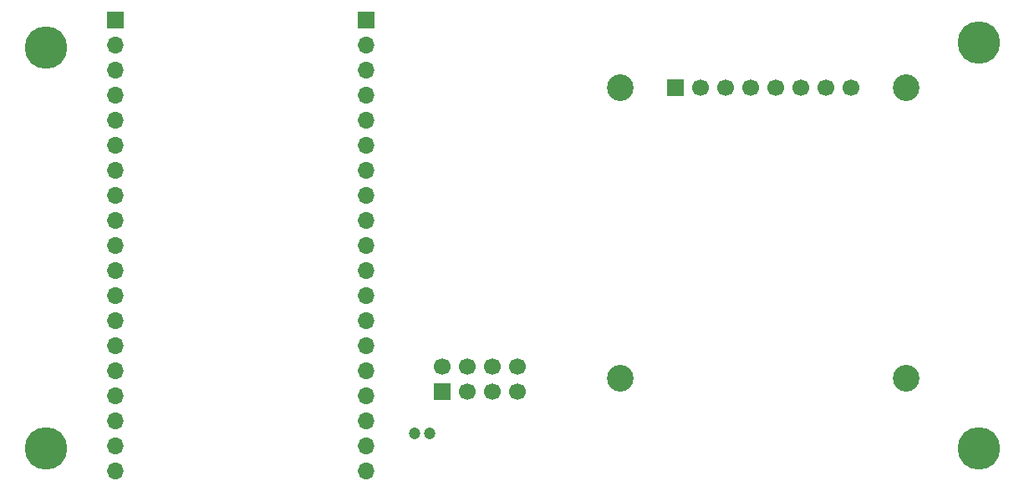
<source format=gbr>
%TF.GenerationSoftware,KiCad,Pcbnew,(6.0.10-0)*%
%TF.CreationDate,2023-01-27T21:32:13+01:00*%
%TF.ProjectId,openDTU_wDisplay,6f70656e-4454-4555-9f77-446973706c61,rev?*%
%TF.SameCoordinates,Original*%
%TF.FileFunction,Soldermask,Top*%
%TF.FilePolarity,Negative*%
%FSLAX46Y46*%
G04 Gerber Fmt 4.6, Leading zero omitted, Abs format (unit mm)*
G04 Created by KiCad (PCBNEW (6.0.10-0)) date 2023-01-27 21:32:13*
%MOMM*%
%LPD*%
G01*
G04 APERTURE LIST*
%ADD10C,1.200000*%
%ADD11C,4.300000*%
%ADD12R,1.700000X1.700000*%
%ADD13C,1.700000*%
%ADD14C,2.700000*%
%ADD15O,1.700000X1.700000*%
G04 APERTURE END LIST*
D10*
%TO.C,C1*%
X113598000Y-112776000D03*
X115098000Y-112776000D03*
%TD*%
D11*
%TO.C,REF\u002A\u002A*%
X170688000Y-73152000D03*
%TD*%
%TO.C,REF\u002A\u002A*%
X170688000Y-114300000D03*
%TD*%
%TO.C,REF\u002A\u002A*%
X76200000Y-73660000D03*
%TD*%
D12*
%TO.C,NRF24L01+1*%
X116346000Y-108516000D03*
D13*
X116346000Y-105976000D03*
X118886000Y-108516000D03*
X118886000Y-105976000D03*
X121426000Y-108516000D03*
X121426000Y-105976000D03*
X123966000Y-108516000D03*
X123966000Y-105976000D03*
%TD*%
D11*
%TO.C,REF\u002A\u002A*%
X76200000Y-114300000D03*
%TD*%
D14*
%TO.C,SSD1306*%
X134366000Y-77721000D03*
X163322000Y-107185000D03*
X163322000Y-77721000D03*
X134366000Y-107185000D03*
D12*
X139954000Y-77721000D03*
D13*
X142494000Y-77721000D03*
X145034000Y-77721000D03*
X147574000Y-77721000D03*
X150114000Y-77721000D03*
X152654000Y-77721000D03*
X155194000Y-77721000D03*
X157734000Y-77721000D03*
%TD*%
D12*
%TO.C,ESP32NodeMCU1*%
X83259500Y-70850000D03*
D15*
X83259500Y-73390000D03*
X83259500Y-75930000D03*
X83259500Y-78470000D03*
X83259500Y-81010000D03*
X83259500Y-83550000D03*
X83259500Y-86090000D03*
X83259500Y-88630000D03*
X83259500Y-91170000D03*
X83259500Y-93710000D03*
X83259500Y-96250000D03*
X83259500Y-98790000D03*
X83259500Y-101330000D03*
X83259500Y-103870000D03*
X83259500Y-106410000D03*
X83259500Y-108950000D03*
X83259500Y-111490000D03*
X83259500Y-114030000D03*
X83259500Y-116570000D03*
X108659500Y-116570000D03*
X108659500Y-114030000D03*
X108659500Y-111490000D03*
X108659500Y-108950000D03*
X108659500Y-106410000D03*
X108659500Y-103870000D03*
X108659500Y-101330000D03*
X108659500Y-98790000D03*
X108659500Y-96250000D03*
X108659500Y-93710000D03*
X108659500Y-91170000D03*
X108659500Y-88630000D03*
X108659500Y-86090000D03*
X108659500Y-83550000D03*
X108659500Y-81010000D03*
X108659500Y-78470000D03*
X108659500Y-75930000D03*
X108659500Y-73390000D03*
D12*
X108659500Y-70850000D03*
%TD*%
M02*

</source>
